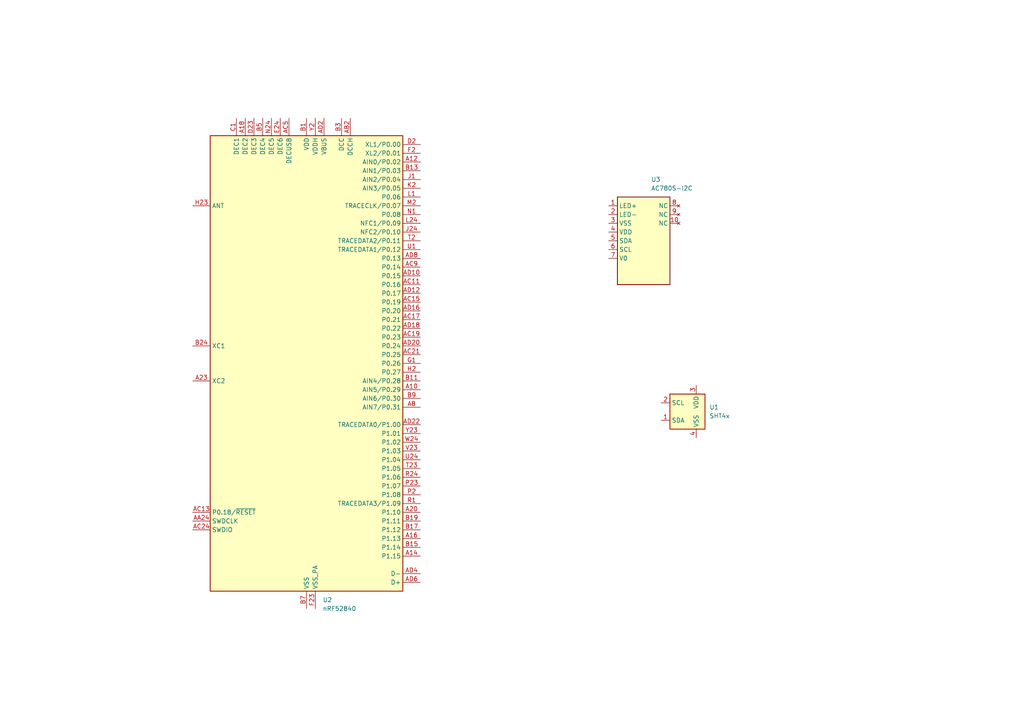
<source format=kicad_sch>
(kicad_sch (version 20250114) (generator "eeschema") (generator_version "9.0")
  (paper "A4")
  (lib_symbols
    (symbol "Display_Character:NHD-C0220BIZ-FSRGB"
      (property "Reference" "U3" (at 2.1433 17.78 0))
      (property "Value" "AC780S-I2C" (at 2.1433 15.24 0))
      (symbol "NHD-C0220BIZ-FSRGB_0_1"
        (rectangle (start -7.62 12.7) (end 7.62 -12.7) (stroke (width 0.254)) (fill (type background)))
      )
      (symbol "NHD-C0220BIZ-FSRGB_1_1"
        (pin passive line (at -10.16 10.16 0) (length 2.54) (name "LED+") (number "1"))
        (pin passive line (at -10.16 7.62 0) (length 2.54) (name "LED-") (number "2"))
        (pin passive line (at -10.16 5.08 0) (length 2.54) (name "VSS") (number "3"))
        (pin passive line (at -10.16 2.54 0) (length 2.54) (name "VDD") (number "4"))
        (pin input line (at -10.16 0 0) (length 2.54) (name "SDA") (number "5"))
        (pin input line (at -10.16 -2.54 0) (length 2.54) (name "SCL") (number "6"))
        (pin passive line (at -10.16 -5.08 0) (length 2.54) (name "V0") (number "7"))
        (pin no_connect line (at 10.16 10.16 180) (length 2.54) (name "NC") (number "8"))
        (pin no_connect line (at 10.16 7.62 180) (length 2.54) (name "NC") (number "9"))
        (pin no_connect line (at 10.16 5.08 180) (length 2.54) (name "NC") (number "10"))
      )
    )
    (symbol "MCU_Nordic:nRF52840"
      (property "Reference" "U" (at 0 5.08 0))
      (property "Value" "nRF52840" (at 0 2.54 0))
      (symbol "nRF52840_0_1"
        (rectangle (start -27.94 66.04) (end 27.94 -66.04) (stroke (width 0.254)) (fill (type background)))
      )
      (symbol "nRF52840_1_1"
        (pin passive line (at -33.02 45.72 0) (length 5.08) (name "ANT") (number "H23"))
        (pin input line (at -33.02 5.08 0) (length 5.08) (name "XC1") (number "B24"))
        (pin input line (at -33.02 -5.08 0) (length 5.08) (name "XC2") (number "A23"))
        (pin bidirectional line (at -33.02 -43.18 0) (length 5.08) (name "P0.18/~{RESET}") (number "AC13"))
        (pin input line (at -33.02 -45.72 0) (length 5.08) (name "SWDCLK") (number "AA24"))
        (pin bidirectional line (at -33.02 -48.26 0) (length 5.08) (name "SWDIO") (number "AC24"))
        (pin passive line (at -20.32 71.12 270) (length 5.08) (name "DEC1") (number "C1"))
        (pin passive line (at -17.78 71.12 270) (length 5.08) (name "DEC2") (number "A18"))
        (pin passive line (at -15.24 71.12 270) (length 5.08) (name "DEC3") (number "D23"))
        (pin passive line (at -12.7 71.12 270) (length 5.08) (name "DEC4") (number "B5"))
        (pin passive line (at -10.16 71.12 270) (length 5.08) (name "DEC5") (number "N24"))
        (pin passive line (at -7.62 71.12 270) (length 5.08) (name "DEC6") (number "E24"))
        (pin passive line (at -5.08 71.12 270) (length 5.08) (name "DECUSB") (number "AC5"))
        (pin passive line (at 0 71.12 270) (length 5.08) (hide yes) (name "VDD") (number "A22"))
        (pin passive line (at 0 71.12 270) (length 5.08) (hide yes) (name "VDD") (number "AD14"))
        (pin passive line (at 0 71.12 270) (length 5.08) (hide yes) (name "VDD") (number "AD23"))
        (pin power_in line (at 0 71.12 270) (length 5.08) (name "VDD") (number "B1"))
        (pin passive line (at 0 71.12 270) (length 5.08) (hide yes) (name "VDD") (number "W1"))
        (pin power_in line (at 0 -71.12 90) (length 5.08) (name "VSS") (number "B7"))
        (pin passive line (at 0 -71.12 90) (length 5.08) (hide yes) (name "VSS") (number "EP"))
        (pin power_in line (at 2.54 71.12 270) (length 5.08) (name "VDDH") (number "Y2"))
        (pin power_in line (at 2.54 -71.12 90) (length 5.08) (name "VSS_PA") (number "F23"))
        (pin power_in line (at 5.08 71.12 270) (length 5.08) (name "VBUS") (number "AD2"))
        (pin power_out line (at 10.16 71.12 270) (length 5.08) (name "DCC") (number "B3"))
        (pin power_out line (at 12.7 71.12 270) (length 5.08) (name "DCCH") (number "AB2"))
        (pin bidirectional line (at 33.02 63.5 180) (length 5.08) (name "XL1/P0.00") (number "D2"))
        (pin bidirectional line (at 33.02 60.96 180) (length 5.08) (name "XL2/P0.01") (number "F2"))
        (pin bidirectional line (at 33.02 58.42 180) (length 5.08) (name "AIN0/P0.02") (number "A12"))
        (pin bidirectional line (at 33.02 55.88 180) (length 5.08) (name "AIN1/P0.03") (number "B13"))
        (pin bidirectional line (at 33.02 53.34 180) (length 5.08) (name "AIN2/P0.04") (number "J1"))
        (pin bidirectional line (at 33.02 50.8 180) (length 5.08) (name "AIN3/P0.05") (number "K2"))
        (pin bidirectional line (at 33.02 48.26 180) (length 5.08) (name "P0.06") (number "L1"))
        (pin bidirectional line (at 33.02 45.72 180) (length 5.08) (name "TRACECLK/P0.07") (number "M2"))
        (pin bidirectional line (at 33.02 43.18 180) (length 5.08) (name "P0.08") (number "N1"))
        (pin bidirectional line (at 33.02 40.64 180) (length 5.08) (name "NFC1/P0.09") (number "L24"))
        (pin bidirectional line (at 33.02 38.1 180) (length 5.08) (name "NFC2/P0.10") (number "J24"))
        (pin bidirectional line (at 33.02 35.56 180) (length 5.08) (name "TRACEDATA2/P0.11") (number "T2"))
        (pin bidirectional line (at 33.02 33.02 180) (length 5.08) (name "TRACEDATA1/P0.12") (number "U1"))
        (pin bidirectional line (at 33.02 30.48 180) (length 5.08) (name "P0.13") (number "AD8"))
        (pin bidirectional line (at 33.02 27.94 180) (length 5.08) (name "P0.14") (number "AC9"))
        (pin bidirectional line (at 33.02 25.4 180) (length 5.08) (name "P0.15") (number "AD10"))
        (pin bidirectional line (at 33.02 22.86 180) (length 5.08) (name "P0.16") (number "AC11"))
        (pin bidirectional line (at 33.02 20.32 180) (length 5.08) (name "P0.17") (number "AD12"))
        (pin bidirectional line (at 33.02 17.78 180) (length 5.08) (name "P0.19") (number "AC15"))
        (pin bidirectional line (at 33.02 15.24 180) (length 5.08) (name "P0.20") (number "AD16"))
        (pin bidirectional line (at 33.02 12.7 180) (length 5.08) (name "P0.21") (number "AC17"))
        (pin bidirectional line (at 33.02 10.16 180) (length 5.08) (name "P0.22") (number "AD18"))
        (pin bidirectional line (at 33.02 7.62 180) (length 5.08) (name "P0.23") (number "AC19"))
        (pin bidirectional line (at 33.02 5.08 180) (length 5.08) (name "P0.24") (number "AD20"))
        (pin bidirectional line (at 33.02 2.54 180) (length 5.08) (name "P0.25") (number "AC21"))
        (pin bidirectional line (at 33.02 0 180) (length 5.08) (name "P0.26") (number "G1"))
        (pin bidirectional line (at 33.02 -2.54 180) (length 5.08) (name "P0.27") (number "H2"))
        (pin bidirectional line (at 33.02 -5.08 180) (length 5.08) (name "AIN4/P0.28") (number "B11"))
        (pin bidirectional line (at 33.02 -7.62 180) (length 5.08) (name "AIN5/P0.29") (number "A10"))
        (pin bidirectional line (at 33.02 -10.16 180) (length 5.08) (name "AIN6/P0.30") (number "B9"))
        (pin bidirectional line (at 33.02 -12.7 180) (length 5.08) (name "AIN7/P0.31") (number "A8"))
        (pin bidirectional line (at 33.02 -17.78 180) (length 5.08) (name "TRACEDATA0/P1.00") (number "AD22"))
        (pin bidirectional line (at 33.02 -20.32 180) (length 5.08) (name "P1.01") (number "Y23"))
        (pin bidirectional line (at 33.02 -22.86 180) (length 5.08) (name "P1.02") (number "W24"))
        (pin bidirectional line (at 33.02 -25.4 180) (length 5.08) (name "P1.03") (number "V23"))
        (pin bidirectional line (at 33.02 -27.94 180) (length 5.08) (name "P1.04") (number "U24"))
        (pin bidirectional line (at 33.02 -30.48 180) (length 5.08) (name "P1.05") (number "T23"))
        (pin bidirectional line (at 33.02 -33.02 180) (length 5.08) (name "P1.06") (number "R24"))
        (pin bidirectional line (at 33.02 -35.56 180) (length 5.08) (name "P1.07") (number "P23"))
        (pin bidirectional line (at 33.02 -38.1 180) (length 5.08) (name "P1.08") (number "P2"))
        (pin bidirectional line (at 33.02 -40.64 180) (length 5.08) (name "TRACEDATA3/P1.09") (number "R1"))
        (pin bidirectional line (at 33.02 -43.18 180) (length 5.08) (name "P1.10") (number "A20"))
        (pin bidirectional line (at 33.02 -45.72 180) (length 5.08) (name "P1.11") (number "B19"))
        (pin bidirectional line (at 33.02 -48.26 180) (length 5.08) (name "P1.12") (number "B17"))
        (pin bidirectional line (at 33.02 -50.8 180) (length 5.08) (name "P1.13") (number "A16"))
        (pin bidirectional line (at 33.02 -53.34 180) (length 5.08) (name "P1.14") (number "B15"))
        (pin bidirectional line (at 33.02 -55.88 180) (length 5.08) (name "P1.15") (number "A14"))
        (pin bidirectional line (at 33.02 -60.96 180) (length 5.08) (name "D-") (number "AD4"))
        (pin bidirectional line (at 33.02 -63.5 180) (length 5.08) (name "D+") (number "AD6"))
      )
    )
    (symbol "Sensor_Humidity:SHT4x"
      (property "Reference" "U" (at 0 8.89 0))
      (property "Value" "SHT4x" (at 0 6.35 0))
      (symbol "SHT4x_1_1"
        (rectangle (start -5.08 5.08) (end 5.08 -5.08) (stroke (width 0.254)) (fill (type background)))
        (pin input line (at -7.62 2.54 0) (length 2.54) (name "SCL") (number "2"))
        (pin bidirectional line (at -7.62 -2.54 0) (length 2.54) (name "SDA") (number "1"))
        (pin power_in line (at 2.54 7.62 270) (length 2.54) (name "VDD") (number "3"))
        (pin power_in line (at 2.54 -7.62 90) (length 2.54) (name "VSS") (number "4"))
      )
    )
  )
  (symbol (lib_id "Display_Character:NHD-C0220BIZ-FSRGB") (at 186.69 69.85 0) (unit 1)
    (property "Reference" "U3" (at 188.8333 52.07 0) (effects (justify left)))
    (property "Value" "AC780S-I2C" (at 188.8333 54.61 0) (effects (justify left)))
    (property "Footprint" "Display:NHD-C0220BiZ-FSRGB" (effects (hide yes)))
    (property "Datasheet" "https://newhavendisplay.com/content/specs/NHD-C0220BiZ-FSRGB-FBW-3VM.pdf" (effects (hide yes)))
    (property "Description" "2x20 character LCD module with common anode RGB backlight, I2C, 3.3V" (effects (hide yes)))
  )
  (symbol (lib_id "Sensor_Humidity:SHT4x") (at 199.39 119.38 0) (unit 1)
    (property "Reference" "U1" (at 205.74 118.1099 0) (effects (justify left)))
    (property "Value" "SHT4x" (at 205.74 120.6499 0) (effects (justify left)))
    (property "Footprint" "Sensor_Humidity:Sensirion_DFN-4_1.5x1.5mm_P0.8mm_SHT4x_NoCentralPad" (effects (hide yes)))
    (property "Datasheet" "https://sensirion.com/media/documents/33FD6951/624C4357/Datasheet_SHT4x.pdf" (effects (hide yes)))
    (property "Description" "Digital Humidity and Temperature Sensor, ±1%RH, ±0.1°C, I2C, 1.08-3.6V, 16bit, DFN-4" (effects (hide yes)))
  )
  (symbol (lib_id "MCU_Nordic:nRF52840") (at 88.9 105.41 0) (unit 1)
    (property "Reference" "U2" (at 93.5833 173.99 0) (effects (justify left)))
    (property "Value" "nRF52840" (at 93.5833 176.53 0) (effects (justify left)))
    (property "Footprint" "Package_DFN_QFN:Nordic_AQFN-73-1EP_7x7mm_P0.5mm" (effects (hide yes)))
    (property "Datasheet" "http://infocenter.nordicsemi.com/topic/com.nordic.infocenter.nrf52/dita/nrf52/chips/nrf52840.html" (effects (hide yes)))
    (property "Description" "Multiprotocol BLE/ANT/2.4 GHz/802.15.4 Cortex-M4F SoC, AQFN-73" (effects (hide yes)))
  )
)
</source>
